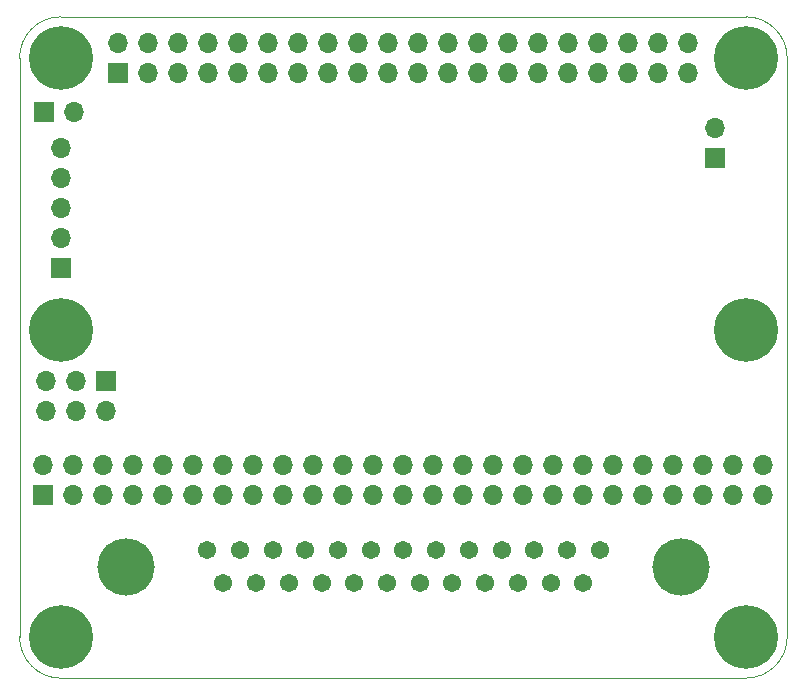
<source format=gbr>
%TF.GenerationSoftware,KiCad,Pcbnew,(5.1.9-16-g1737927814)-1*%
%TF.CreationDate,2021-07-29T14:55:12-05:00*%
%TF.ProjectId,rascsi_2p3,72617363-7369-45f3-9270-332e6b696361,rev?*%
%TF.SameCoordinates,PX59d60c0PY325aa00*%
%TF.FileFunction,Copper,L1,Top*%
%TF.FilePolarity,Positive*%
%FSLAX46Y46*%
G04 Gerber Fmt 4.6, Leading zero omitted, Abs format (unit mm)*
G04 Created by KiCad (PCBNEW (5.1.9-16-g1737927814)-1) date 2021-07-29 14:55:12*
%MOMM*%
%LPD*%
G01*
G04 APERTURE LIST*
%TA.AperFunction,Profile*%
%ADD10C,0.050000*%
%TD*%
%TA.AperFunction,ComponentPad*%
%ADD11C,4.845000*%
%TD*%
%TA.AperFunction,ComponentPad*%
%ADD12C,1.545000*%
%TD*%
%TA.AperFunction,ComponentPad*%
%ADD13O,1.700000X1.700000*%
%TD*%
%TA.AperFunction,ComponentPad*%
%ADD14R,1.700000X1.700000*%
%TD*%
%TA.AperFunction,ComponentPad*%
%ADD15C,0.800000*%
%TD*%
%TA.AperFunction,ComponentPad*%
%ADD16C,5.400000*%
%TD*%
G04 APERTURE END LIST*
D10*
X83800000Y-45696000D02*
X141800000Y-45696000D01*
X83800000Y-45696000D02*
G75*
G02*
X80300000Y-42196000I0J3500000D01*
G01*
X145300000Y-42196000D02*
G75*
G02*
X141800000Y-45696000I-3500000J0D01*
G01*
X80300000Y6800000D02*
X80300000Y-42196000D01*
X145300000Y6800000D02*
X145300000Y-42196000D01*
X83800000Y10300000D02*
X141800000Y10300000D01*
X80300000Y6800000D02*
G75*
G02*
X83800000Y10300000I3500000J0D01*
G01*
X141800000Y10300000D02*
G75*
G02*
X145300000Y6800000I0J-3500000D01*
G01*
D11*
%TO.P,J6,MH2*%
%TO.N,N/C*%
X89281600Y-36250000D03*
%TO.P,J6,MH1*%
X136321600Y-36250000D03*
D12*
%TO.P,J6,25*%
X97566600Y-37670000D03*
%TO.P,J6,24*%
X100336600Y-37670000D03*
%TO.P,J6,23*%
X103106600Y-37670000D03*
%TO.P,J6,22*%
X105876600Y-37670000D03*
%TO.P,J6,21*%
X108646600Y-37670000D03*
%TO.P,J6,20*%
X111416600Y-37670000D03*
%TO.P,J6,19*%
X114186600Y-37670000D03*
%TO.P,J6,18*%
X116956600Y-37670000D03*
%TO.P,J6,17*%
X119726600Y-37670000D03*
%TO.P,J6,16*%
X122496600Y-37670000D03*
%TO.P,J6,15*%
X125266600Y-37670000D03*
%TO.P,J6,14*%
X128036600Y-37670000D03*
%TO.P,J6,13*%
X96181600Y-34830000D03*
%TO.P,J6,12*%
X98951600Y-34830000D03*
%TO.P,J6,11*%
X101721600Y-34830000D03*
%TO.P,J6,10*%
X104491600Y-34830000D03*
%TO.P,J6,9*%
X107261600Y-34830000D03*
%TO.P,J6,8*%
X110031600Y-34830000D03*
%TO.P,J6,7*%
X112801600Y-34830000D03*
%TO.P,J6,6*%
X115571600Y-34830000D03*
%TO.P,J6,5*%
X118341600Y-34830000D03*
%TO.P,J6,4*%
X121111600Y-34830000D03*
%TO.P,J6,3*%
X123881600Y-34830000D03*
%TO.P,J6,2*%
X126651600Y-34830000D03*
%TO.P,J6,1*%
X129421600Y-34830000D03*
%TD*%
D13*
%TO.P,J2,2*%
%TO.N,N/C*%
X139226000Y857000D03*
D14*
%TO.P,J2,1*%
X139226000Y-1683000D03*
%TD*%
D13*
%TO.P,J7,2*%
%TO.N,N/C*%
X84920000Y2280000D03*
D14*
%TO.P,J7,1*%
X82380000Y2280000D03*
%TD*%
D13*
%TO.P,J5,6*%
%TO.N,N/C*%
X82560000Y-23110000D03*
%TO.P,J5,5*%
X82560000Y-20570000D03*
%TO.P,J5,4*%
X85100000Y-23110000D03*
%TO.P,J5,3*%
X85100000Y-20570000D03*
%TO.P,J5,2*%
X87640000Y-23110000D03*
D14*
%TO.P,J5,1*%
X87640000Y-20570000D03*
%TD*%
D13*
%TO.P,J3,50*%
%TO.N,N/C*%
X143226500Y-27654500D03*
%TO.P,J3,49*%
X143226500Y-30194500D03*
%TO.P,J3,48*%
X140686500Y-27654500D03*
%TO.P,J3,47*%
X140686500Y-30194500D03*
%TO.P,J3,46*%
X138146500Y-27654500D03*
%TO.P,J3,45*%
X138146500Y-30194500D03*
%TO.P,J3,44*%
X135606500Y-27654500D03*
%TO.P,J3,43*%
X135606500Y-30194500D03*
%TO.P,J3,42*%
X133066500Y-27654500D03*
%TO.P,J3,41*%
X133066500Y-30194500D03*
%TO.P,J3,40*%
X130526500Y-27654500D03*
%TO.P,J3,39*%
X130526500Y-30194500D03*
%TO.P,J3,38*%
X127986500Y-27654500D03*
%TO.P,J3,37*%
X127986500Y-30194500D03*
%TO.P,J3,36*%
X125446500Y-27654500D03*
%TO.P,J3,35*%
X125446500Y-30194500D03*
%TO.P,J3,34*%
X122906500Y-27654500D03*
%TO.P,J3,33*%
X122906500Y-30194500D03*
%TO.P,J3,32*%
X120366500Y-27654500D03*
%TO.P,J3,31*%
X120366500Y-30194500D03*
%TO.P,J3,30*%
X117826500Y-27654500D03*
%TO.P,J3,29*%
X117826500Y-30194500D03*
%TO.P,J3,28*%
X115286500Y-27654500D03*
%TO.P,J3,27*%
X115286500Y-30194500D03*
%TO.P,J3,26*%
X112746500Y-27654500D03*
%TO.P,J3,25*%
X112746500Y-30194500D03*
%TO.P,J3,24*%
X110206500Y-27654500D03*
%TO.P,J3,23*%
X110206500Y-30194500D03*
%TO.P,J3,22*%
X107666500Y-27654500D03*
%TO.P,J3,21*%
X107666500Y-30194500D03*
%TO.P,J3,20*%
X105126500Y-27654500D03*
%TO.P,J3,19*%
X105126500Y-30194500D03*
%TO.P,J3,18*%
X102586500Y-27654500D03*
%TO.P,J3,17*%
X102586500Y-30194500D03*
%TO.P,J3,16*%
X100046500Y-27654500D03*
%TO.P,J3,15*%
X100046500Y-30194500D03*
%TO.P,J3,14*%
X97506500Y-27654500D03*
%TO.P,J3,13*%
X97506500Y-30194500D03*
%TO.P,J3,12*%
X94966500Y-27654500D03*
%TO.P,J3,11*%
X94966500Y-30194500D03*
%TO.P,J3,10*%
X92426500Y-27654500D03*
%TO.P,J3,9*%
X92426500Y-30194500D03*
%TO.P,J3,8*%
X89886500Y-27654500D03*
%TO.P,J3,7*%
X89886500Y-30194500D03*
%TO.P,J3,6*%
X87346500Y-27654500D03*
%TO.P,J3,5*%
X87346500Y-30194500D03*
%TO.P,J3,4*%
X84806500Y-27654500D03*
%TO.P,J3,3*%
X84806500Y-30194500D03*
%TO.P,J3,2*%
X82266500Y-27654500D03*
D14*
%TO.P,J3,1*%
X82266500Y-30194500D03*
%TD*%
D13*
%TO.P,J1,40*%
%TO.N,N/C*%
X136930000Y8070000D03*
%TO.P,J1,39*%
X136930000Y5530000D03*
%TO.P,J1,38*%
X134390000Y8070000D03*
%TO.P,J1,37*%
X134390000Y5530000D03*
%TO.P,J1,36*%
X131850000Y8070000D03*
%TO.P,J1,35*%
X131850000Y5530000D03*
%TO.P,J1,34*%
X129310000Y8070000D03*
%TO.P,J1,33*%
X129310000Y5530000D03*
%TO.P,J1,32*%
X126770000Y8070000D03*
%TO.P,J1,31*%
X126770000Y5530000D03*
%TO.P,J1,30*%
X124230000Y8070000D03*
%TO.P,J1,29*%
X124230000Y5530000D03*
%TO.P,J1,28*%
X121690000Y8070000D03*
%TO.P,J1,27*%
X121690000Y5530000D03*
%TO.P,J1,26*%
X119150000Y8070000D03*
%TO.P,J1,25*%
X119150000Y5530000D03*
%TO.P,J1,24*%
X116610000Y8070000D03*
%TO.P,J1,23*%
X116610000Y5530000D03*
%TO.P,J1,22*%
X114070000Y8070000D03*
%TO.P,J1,21*%
X114070000Y5530000D03*
%TO.P,J1,20*%
X111530000Y8070000D03*
%TO.P,J1,19*%
X111530000Y5530000D03*
%TO.P,J1,18*%
X108990000Y8070000D03*
%TO.P,J1,17*%
X108990000Y5530000D03*
%TO.P,J1,16*%
X106450000Y8070000D03*
%TO.P,J1,15*%
X106450000Y5530000D03*
%TO.P,J1,14*%
X103910000Y8070000D03*
%TO.P,J1,13*%
X103910000Y5530000D03*
%TO.P,J1,12*%
X101370000Y8070000D03*
%TO.P,J1,11*%
X101370000Y5530000D03*
%TO.P,J1,10*%
X98830000Y8070000D03*
%TO.P,J1,9*%
X98830000Y5530000D03*
%TO.P,J1,8*%
X96290000Y8070000D03*
%TO.P,J1,7*%
X96290000Y5530000D03*
%TO.P,J1,6*%
X93750000Y8070000D03*
%TO.P,J1,5*%
X93750000Y5530000D03*
%TO.P,J1,4*%
X91210000Y8070000D03*
%TO.P,J1,3*%
X91210000Y5530000D03*
%TO.P,J1,2*%
X88670000Y8070000D03*
D14*
%TO.P,J1,1*%
X88670000Y5530000D03*
%TD*%
D15*
%TO.P,H2,1*%
%TO.N,Net-(H2-Pad1)*%
X143231891Y8231891D03*
X141800000Y8825000D03*
X140368109Y8231891D03*
X139775000Y6800000D03*
X140368109Y5368109D03*
X141800000Y4775000D03*
X143231891Y5368109D03*
X143825000Y6800000D03*
D16*
X141800000Y6800000D03*
%TD*%
D15*
%TO.P,H1,1*%
%TO.N,Net-(H1-Pad1)*%
X85231891Y8231891D03*
X83800000Y8825000D03*
X82368109Y8231891D03*
X81775000Y6800000D03*
X82368109Y5368109D03*
X83800000Y4775000D03*
X85231891Y5368109D03*
X85825000Y6800000D03*
D16*
X83800000Y6800000D03*
%TD*%
D13*
%TO.P,J4,5*%
%TO.N,N/C*%
X83810000Y-820000D03*
%TO.P,J4,4*%
X83810000Y-3360000D03*
%TO.P,J4,3*%
X83810000Y-5900000D03*
%TO.P,J4,2*%
X83810000Y-8440000D03*
D14*
%TO.P,J4,1*%
X83810000Y-10980000D03*
%TD*%
D15*
%TO.P,H6,1*%
%TO.N,Net-(H6-Pad1)*%
X143231891Y-40768109D03*
X141800000Y-40175000D03*
X140368109Y-40768109D03*
X139775000Y-42200000D03*
X140368109Y-43631891D03*
X141800000Y-44225000D03*
X143231891Y-43631891D03*
X143825000Y-42200000D03*
D16*
X141800000Y-42200000D03*
%TD*%
D15*
%TO.P,H5,1*%
%TO.N,Net-(H5-Pad1)*%
X85231891Y-40768109D03*
X83800000Y-40175000D03*
X82368109Y-40768109D03*
X81775000Y-42200000D03*
X82368109Y-43631891D03*
X83800000Y-44225000D03*
X85231891Y-43631891D03*
X85825000Y-42200000D03*
D16*
X83800000Y-42200000D03*
%TD*%
D15*
%TO.P,H4,1*%
%TO.N,Net-(H4-Pad1)*%
X143231891Y-14768109D03*
X141800000Y-14175000D03*
X140368109Y-14768109D03*
X139775000Y-16200000D03*
X140368109Y-17631891D03*
X141800000Y-18225000D03*
X143231891Y-17631891D03*
X143825000Y-16200000D03*
D16*
X141800000Y-16200000D03*
%TD*%
D15*
%TO.P,H3,1*%
%TO.N,Net-(H3-Pad1)*%
X85231891Y-14768109D03*
X83800000Y-14175000D03*
X82368109Y-14768109D03*
X81775000Y-16200000D03*
X82368109Y-17631891D03*
X83800000Y-18225000D03*
X85231891Y-17631891D03*
X85825000Y-16200000D03*
D16*
X83800000Y-16200000D03*
%TD*%
M02*

</source>
